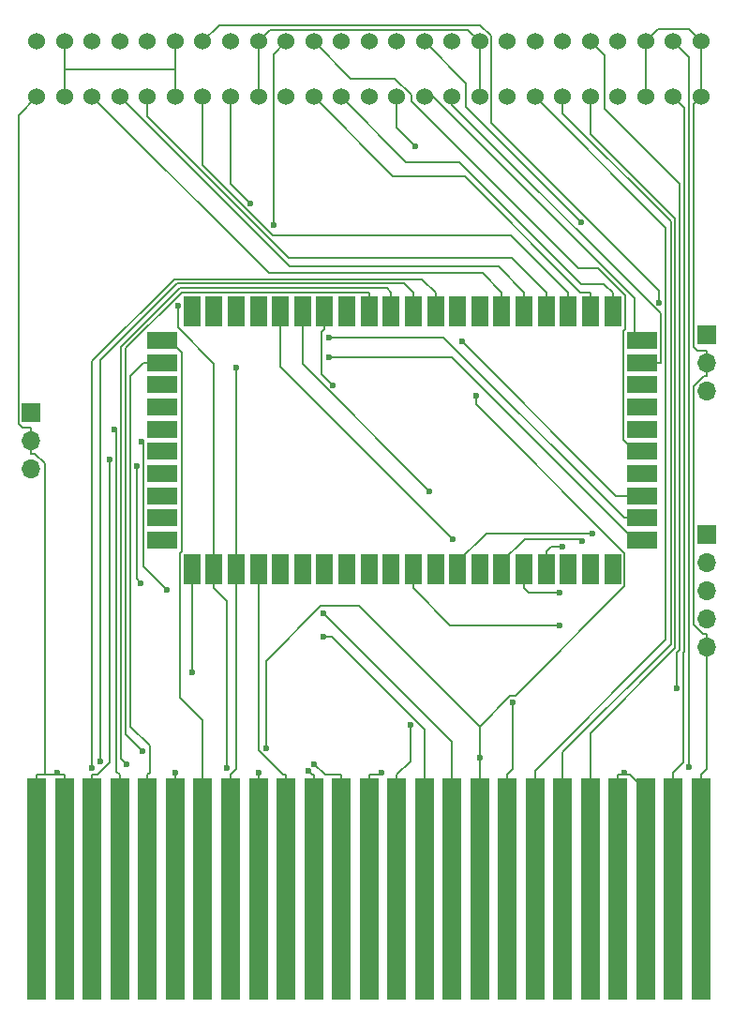
<source format=gbr>
%TF.GenerationSoftware,KiCad,Pcbnew,9.0.1*%
%TF.CreationDate,2025-05-19T19:35:19-05:00*%
%TF.ProjectId,n64_gamecat_rp2350b,6e36345f-6761-46d6-9563-61745f727032,rev?*%
%TF.SameCoordinates,Original*%
%TF.FileFunction,Copper,L1,Top*%
%TF.FilePolarity,Positive*%
%FSLAX46Y46*%
G04 Gerber Fmt 4.6, Leading zero omitted, Abs format (unit mm)*
G04 Created by KiCad (PCBNEW 9.0.1) date 2025-05-19 19:35:19*
%MOMM*%
%LPD*%
G01*
G04 APERTURE LIST*
%TA.AperFunction,SMDPad,CuDef*%
%ADD10R,1.800000X20.000000*%
%TD*%
%TA.AperFunction,SMDPad,CuDef*%
%ADD11R,2.800000X1.500000*%
%TD*%
%TA.AperFunction,ComponentPad*%
%ADD12C,1.350000*%
%TD*%
%TA.AperFunction,ComponentPad*%
%ADD13O,1.350000X1.350000*%
%TD*%
%TA.AperFunction,SMDPad,CuDef*%
%ADD14R,1.500000X2.800000*%
%TD*%
%TA.AperFunction,ComponentPad*%
%ADD15R,1.700000X1.700000*%
%TD*%
%TA.AperFunction,ComponentPad*%
%ADD16O,1.700000X1.700000*%
%TD*%
%TA.AperFunction,ComponentPad*%
%ADD17C,1.524000*%
%TD*%
%TA.AperFunction,ViaPad*%
%ADD18C,0.600000*%
%TD*%
%TA.AperFunction,Conductor*%
%ADD19C,0.200000*%
%TD*%
G04 APERTURE END LIST*
D10*
%TO.P,U3,1,GND*%
%TO.N,GND*%
X104000000Y-143000000D03*
%TO.P,U3,2,GND*%
X106500000Y-143000000D03*
%TO.P,U3,3,AD15*%
%TO.N,CO_AD15*%
X109000000Y-143000000D03*
%TO.P,U3,4,AD14*%
%TO.N,CO_AD14*%
X111500000Y-143000000D03*
%TO.P,U3,5,AD13*%
%TO.N,CO_AD13*%
X114000000Y-143000000D03*
%TO.P,U3,6,GND*%
%TO.N,GND*%
X116500000Y-143000000D03*
%TO.P,U3,7,AD12*%
%TO.N,CO_AD12*%
X119000000Y-143000000D03*
%TO.P,U3,8,WRITE*%
%TO.N,WRITE*%
X121500000Y-143000000D03*
%TO.P,U3,9,VCC*%
%TO.N,+3V3*%
X124000000Y-143000000D03*
%TO.P,U3,10,READ*%
%TO.N,READ*%
X126500000Y-143000000D03*
%TO.P,U3,11,AD11*%
%TO.N,CO_AD11*%
X129000000Y-143000000D03*
%TO.P,U3,12,AD10*%
%TO.N,CO_AD10*%
X131500000Y-143000000D03*
%TO.P,U3,13,NC*%
%TO.N,Net-(U2-NC-Pad13)*%
X134000000Y-143000000D03*
%TO.P,U3,14,NC*%
%TO.N,Net-(U2-NC-Pad14)*%
X136500000Y-143000000D03*
%TO.P,U3,15,AD9*%
%TO.N,CO_AD9*%
X139000000Y-143000000D03*
%TO.P,U3,16,AD8*%
%TO.N,CO_AD8*%
X141500000Y-143000000D03*
%TO.P,U3,17,VCC*%
%TO.N,+3V3*%
X144000000Y-143000000D03*
%TO.P,U3,18,CIC_PIF*%
%TO.N,Net-(U2-CIC_PIF)*%
X146500000Y-143000000D03*
%TO.P,U3,19,CLK_PIF*%
%TO.N,Net-(U2-CLK_PIF)*%
X149000000Y-143000000D03*
%TO.P,U3,20,COLD_RST*%
%TO.N,Net-(U2-COLD_RST)*%
X151500000Y-143000000D03*
%TO.P,U3,21,S_DAT*%
%TO.N,Net-(U2-S_DAT)*%
X154000000Y-143000000D03*
%TO.P,U3,22,GND*%
%TO.N,GND*%
X156500000Y-143000000D03*
%TO.P,U3,23,GND*%
X159000000Y-143000000D03*
%TO.P,U3,24,LAUDIO*%
%TO.N,Net-(U2-LAUDIO)*%
X161500000Y-143000000D03*
%TO.P,U3,25,GND*%
%TO.N,GND*%
X164000000Y-143000000D03*
%TD*%
D11*
%TO.P,U4,1,GPIO0*%
%TO.N,CA_AD0*%
X158650000Y-111500000D03*
D12*
X158000000Y-111500000D03*
D11*
%TO.P,U4,2,GPIO1*%
%TO.N,CA_AD1*%
X158650000Y-109500000D03*
D13*
X158000000Y-109500000D03*
D11*
%TO.P,U4,3,GPIO2*%
%TO.N,CA_AD2*%
X158650000Y-107500000D03*
D13*
X158000000Y-107500000D03*
D11*
%TO.P,U4,4,GPIO3*%
%TO.N,CA_AD3*%
X158650000Y-105500000D03*
D13*
X158000000Y-105500000D03*
D11*
%TO.P,U4,5,GPIO4*%
%TO.N,CA_AD4*%
X158650000Y-103500000D03*
D13*
X158000000Y-103500000D03*
D11*
%TO.P,U4,6,GPIO5*%
%TO.N,CA_AD5*%
X158650000Y-101500000D03*
D13*
X158000000Y-101500000D03*
D11*
%TO.P,U4,7,GPIO6*%
%TO.N,CA_AD6*%
X158650000Y-99500000D03*
D13*
X158000000Y-99500000D03*
D11*
%TO.P,U4,8,GPIO7*%
%TO.N,CA_AD7*%
X158650000Y-97500000D03*
D13*
X158000000Y-97500000D03*
D11*
%TO.P,U4,9,GPIO8*%
%TO.N,CA_AD8*%
X158650000Y-95500000D03*
D13*
X158000000Y-95500000D03*
D11*
%TO.P,U4,10,GPIO9*%
%TO.N,CA_AD9*%
X158650000Y-93500000D03*
D13*
X158000000Y-93500000D03*
%TO.P,U4,11,GPIO10*%
%TO.N,CA_AD10*%
X156000000Y-91500000D03*
D14*
X156000000Y-90850000D03*
D13*
%TO.P,U4,12,GPIO11*%
%TO.N,CA_AD11*%
X154000000Y-91500000D03*
D14*
X154000000Y-90850000D03*
D13*
%TO.P,U4,13,GPIO12*%
%TO.N,CA_AD12*%
X152000000Y-91500000D03*
D14*
X152000000Y-90850000D03*
D13*
%TO.P,U4,14,GPIO13*%
%TO.N,CA_AD13*%
X150000000Y-91500000D03*
D14*
X150000000Y-90850000D03*
D13*
%TO.P,U4,15,GPIO14*%
%TO.N,CA_AD14*%
X148000000Y-91500000D03*
D14*
X148000000Y-90850000D03*
D13*
%TO.P,U4,16,GPIO15*%
%TO.N,CA_AD15*%
X146000000Y-91500000D03*
D14*
X146000000Y-90850000D03*
D13*
%TO.P,U4,17,GPIO16*%
%TO.N,unconnected-(U4-GPIO16-Pad17)*%
X144000000Y-91500000D03*
D14*
X144000000Y-90850000D03*
D13*
%TO.P,U4,18,GPIO17*%
%TO.N,unconnected-(U4-GPIO17-Pad18)*%
X142000000Y-91500000D03*
D14*
X142000000Y-90850000D03*
D13*
%TO.P,U4,19,GPIO18*%
%TO.N,CO_AD0*%
X140000000Y-91500000D03*
D14*
X140000000Y-90850000D03*
D13*
%TO.P,U4,20,GPIO19*%
%TO.N,CO_AD1*%
X138000000Y-91500000D03*
D14*
X138000000Y-90850000D03*
D13*
%TO.P,U4,21,GPIO20*%
%TO.N,CO_AD2*%
X136000000Y-91500000D03*
D14*
X136000000Y-90850000D03*
D13*
%TO.P,U4,22,GPIO21*%
%TO.N,CO_AD3*%
X134000000Y-91500000D03*
D14*
X134000000Y-90850000D03*
D13*
%TO.P,U4,23,GPIO22*%
%TO.N,CO_AD4*%
X132000000Y-91500000D03*
D14*
X132000000Y-90850000D03*
D13*
%TO.P,U4,24,GPIO23*%
%TO.N,CO_AD5*%
X130000000Y-91500000D03*
D14*
X130000000Y-90850000D03*
D13*
%TO.P,U4,25,GPIO24*%
%TO.N,CO_AD6*%
X128000000Y-91500000D03*
D14*
X128000000Y-90850000D03*
D13*
%TO.P,U4,26,GPIO25*%
%TO.N,CO_AD7*%
X126000000Y-91500000D03*
D14*
X126000000Y-90850000D03*
D13*
%TO.P,U4,27,GPIO26*%
%TO.N,CO_AD8*%
X124000000Y-91500000D03*
D14*
X124000000Y-90850000D03*
D13*
%TO.P,U4,28,GPIO27*%
%TO.N,CO_AD9*%
X122000000Y-91500000D03*
D14*
X122000000Y-90850000D03*
D13*
%TO.P,U4,29,GPIO28*%
%TO.N,CO_AD10*%
X120000000Y-91500000D03*
D14*
X120000000Y-90850000D03*
D13*
%TO.P,U4,30,GPIO29*%
%TO.N,CO_AD11*%
X118000000Y-91500000D03*
D14*
X118000000Y-90850000D03*
D13*
%TO.P,U4,31,GPIO30*%
%TO.N,CO_AD12*%
X116000000Y-93500000D03*
D11*
X115350000Y-93500000D03*
D13*
%TO.P,U4,32,GPIO31*%
%TO.N,CO_AD13*%
X116000000Y-95500000D03*
D11*
X115350000Y-95500000D03*
D13*
%TO.P,U4,33,GPIO32*%
%TO.N,CO_AD14*%
X116000000Y-97500000D03*
D11*
X115350000Y-97500000D03*
D13*
%TO.P,U4,34,GPIO33*%
%TO.N,CO_AD15*%
X116000000Y-99500000D03*
D11*
X115350000Y-99500000D03*
D13*
%TO.P,U4,35,GPIO34*%
%TO.N,unconnected-(U4-GPIO34-Pad35)*%
X116000000Y-101500000D03*
D11*
X115350000Y-101500000D03*
D13*
%TO.P,U4,36,GPIO35*%
%TO.N,unconnected-(U4-GPIO35-Pad36)*%
X116000000Y-103500000D03*
D11*
X115350000Y-103500000D03*
D13*
%TO.P,U4,37,GPIO36*%
%TO.N,unconnected-(U4-GPIO36-Pad37)*%
X116000000Y-105500000D03*
D11*
X115350000Y-105500000D03*
D13*
%TO.P,U4,38,GPIO37*%
%TO.N,unconnected-(U4-GPIO37-Pad38)*%
X116000000Y-107500000D03*
D11*
X115350000Y-107500000D03*
D13*
%TO.P,U4,39,GPIO38*%
%TO.N,unconnected-(U4-GPIO38-Pad39)*%
X116000000Y-109500000D03*
D11*
X115350000Y-109500000D03*
D13*
%TO.P,U4,40,GPIO39*%
%TO.N,unconnected-(U4-GPIO39-Pad40)*%
X116000000Y-111500000D03*
D11*
X115350000Y-111500000D03*
D14*
%TO.P,U4,41,GPIO40*%
%TO.N,ALE_H*%
X118000000Y-114150000D03*
D13*
X118000000Y-113500000D03*
D14*
%TO.P,U4,42,GPIO41*%
%TO.N,ALE_L*%
X120000000Y-114150000D03*
D13*
X120000000Y-113500000D03*
D14*
%TO.P,U4,43,GPIO42*%
%TO.N,WRITE*%
X122000000Y-114150000D03*
D13*
X122000000Y-113500000D03*
D14*
%TO.P,U4,44,GPIO43*%
%TO.N,READ*%
X124000000Y-114150000D03*
D13*
X124000000Y-113500000D03*
D14*
%TO.P,U4,45,GPIO44*%
%TO.N,TX0*%
X126000000Y-114150000D03*
D13*
X126000000Y-113500000D03*
D14*
%TO.P,U4,46,GPIO45*%
%TO.N,RX0*%
X128000000Y-114150000D03*
D13*
X128000000Y-113500000D03*
D14*
%TO.P,U4,47,GPIO46*%
%TO.N,unconnected-(U4-GPIO46-Pad47)*%
X130000000Y-114150000D03*
D13*
X130000000Y-113500000D03*
D14*
%TO.P,U4,48,GPIO47*%
%TO.N,unconnected-(U4-GPIO47-Pad48)*%
X132000000Y-114150000D03*
D13*
X132000000Y-113500000D03*
D14*
%TO.P,U4,49,GPIO48*%
%TO.N,unconnected-(U4-GPIO48-Pad49)*%
X134000000Y-114150000D03*
D13*
X134000000Y-113500000D03*
D14*
%TO.P,U4,50,GPIO49*%
%TO.N,unconnected-(U4-GPIO49-Pad50)*%
X136000000Y-114150000D03*
D13*
X136000000Y-113500000D03*
D14*
%TO.P,U4,51,GPIO50*%
%TO.N,GND*%
X138000000Y-114150000D03*
D13*
X138000000Y-113500000D03*
D14*
%TO.P,U4,52,GPIO51*%
%TO.N,unconnected-(U4-GPIO51-Pad52)*%
X140000000Y-114150000D03*
D13*
X140000000Y-113500000D03*
D14*
%TO.P,U4,53,GPIO52*%
%TO.N,5V*%
X142000000Y-114150000D03*
D13*
X142000000Y-113500000D03*
D14*
%TO.P,U4,54,GPIO53*%
%TO.N,unconnected-(U4-GPIO53-Pad54)*%
X144000000Y-114150000D03*
D13*
X144000000Y-113500000D03*
D14*
%TO.P,U4,55,GPIO54*%
%TO.N,USB D-*%
X146000000Y-114150000D03*
D13*
X146000000Y-113500000D03*
D14*
%TO.P,U4,56,GPIO55*%
%TO.N,USB D+*%
X148000000Y-114150000D03*
D13*
X148000000Y-113500000D03*
D14*
%TO.P,U4,57,GPIO56*%
%TO.N,SWDIO*%
X150000000Y-114150000D03*
D13*
X150000000Y-113500000D03*
D14*
%TO.P,U4,58,GPIO57*%
%TO.N,SWCLK*%
X152000000Y-114150000D03*
D13*
X152000000Y-113500000D03*
D14*
%TO.P,U4,59,GPIO58*%
%TO.N,unconnected-(U4-GPIO58-Pad59)*%
X154000000Y-114150000D03*
D13*
X154000000Y-113500000D03*
D14*
%TO.P,U4,60,GPIO59*%
%TO.N,unconnected-(U4-GPIO59-Pad60)*%
X156000000Y-114150000D03*
D13*
X156000000Y-113500000D03*
%TD*%
D15*
%TO.P,J3,1,Pin_1*%
%TO.N,5V*%
X164500000Y-111000000D03*
D16*
%TO.P,J3,2,Pin_2*%
%TO.N,USB D-*%
X164500000Y-113540000D03*
%TO.P,J3,3,Pin_3*%
%TO.N,USB D+*%
X164500000Y-116080000D03*
%TO.P,J3,4,Pin_4*%
%TO.N,unconnected-(J3-Pin_4-Pad4)*%
X164500000Y-118620000D03*
%TO.P,J3,5,Pin_5*%
%TO.N,GND*%
X164500000Y-121160000D03*
%TD*%
D15*
%TO.P,J1,1,Pin_1*%
%TO.N,SWCLK*%
X164500000Y-93000000D03*
D16*
%TO.P,J1,2,Pin_2*%
%TO.N,GND*%
X164500000Y-95540000D03*
%TO.P,J1,3,Pin_3*%
%TO.N,SWDIO*%
X164500000Y-98080000D03*
%TD*%
D15*
%TO.P,J2,1,Pin_1*%
%TO.N,TX0*%
X103500000Y-100000000D03*
D16*
%TO.P,J2,2,Pin_2*%
%TO.N,GND*%
X103500000Y-102540000D03*
%TO.P,J2,3,Pin_3*%
%TO.N,RX0*%
X103500000Y-105080000D03*
%TD*%
D17*
%TO.P,U2,1,GND*%
%TO.N,GND*%
X104000000Y-71500000D03*
%TO.P,U2,2,GND*%
X106500000Y-71500000D03*
%TO.P,U2,3,AD15*%
%TO.N,CA_AD15*%
X109000000Y-71500000D03*
%TO.P,U2,4,AD14*%
%TO.N,CA_AD14*%
X111500000Y-71500000D03*
%TO.P,U2,5,AD13*%
%TO.N,CA_AD13*%
X114000000Y-71500000D03*
%TO.P,U2,6,GND*%
%TO.N,GND*%
X116500000Y-71500000D03*
%TO.P,U2,7,AD12*%
%TO.N,CA_AD12*%
X119000000Y-71500000D03*
%TO.P,U2,8,WRITE*%
%TO.N,WRITE*%
X121500000Y-71500000D03*
%TO.P,U2,9,VCC*%
%TO.N,+3V3*%
X124000000Y-71500000D03*
%TO.P,U2,10,READ*%
%TO.N,READ*%
X126500000Y-71500000D03*
%TO.P,U2,11,AD11*%
%TO.N,CA_AD11*%
X129000000Y-71500000D03*
%TO.P,U2,12,AD10*%
%TO.N,CA_AD10*%
X131500000Y-71500000D03*
%TO.P,U2,13,NC*%
%TO.N,Net-(U2-NC-Pad13)*%
X134000000Y-71500000D03*
%TO.P,U2,14,NC*%
%TO.N,Net-(U2-NC-Pad14)*%
X136500000Y-71500000D03*
%TO.P,U2,15,AD9*%
%TO.N,CA_AD9*%
X139000000Y-71500000D03*
%TO.P,U2,16,AD8*%
%TO.N,CA_AD8*%
X141500000Y-71500000D03*
%TO.P,U2,17,VCC*%
%TO.N,+3V3*%
X144000000Y-71500000D03*
%TO.P,U2,18,CIC_PIF*%
%TO.N,Net-(U2-CIC_PIF)*%
X146500000Y-71500000D03*
%TO.P,U2,19,CLK_PIF*%
%TO.N,Net-(U2-CLK_PIF)*%
X149000000Y-71500000D03*
%TO.P,U2,20,COLD_RST*%
%TO.N,Net-(U2-COLD_RST)*%
X151500000Y-71500000D03*
%TO.P,U2,21,S_DAT*%
%TO.N,Net-(U2-S_DAT)*%
X154000000Y-71500000D03*
%TO.P,U2,22,GND*%
%TO.N,GND*%
X156500000Y-71500000D03*
%TO.P,U2,23,GND*%
X159000000Y-71500000D03*
%TO.P,U2,24,LAUDIO*%
%TO.N,Net-(U2-LAUDIO)*%
X161500000Y-71500000D03*
%TO.P,U2,25,GND*%
%TO.N,GND*%
X164000000Y-71500000D03*
%TO.P,U2,26,GND*%
X104000000Y-66500000D03*
%TO.P,U2,27,GND*%
X106500000Y-66500000D03*
%TO.P,U2,28,AD0*%
%TO.N,CA_AD0*%
X109000000Y-66500000D03*
%TO.P,U2,29,AD1*%
%TO.N,CA_AD1*%
X111500000Y-66500000D03*
%TO.P,U2,30,AD2*%
%TO.N,CA_AD2*%
X114000000Y-66500000D03*
%TO.P,U2,31,GND*%
%TO.N,GND*%
X116500000Y-66500000D03*
%TO.P,U2,32,AD3*%
%TO.N,CA_AD3*%
X119000000Y-66500000D03*
%TO.P,U2,33,ALE_L*%
%TO.N,ALE_L*%
X121500000Y-66500000D03*
%TO.P,U2,34,VCC*%
%TO.N,+3V3*%
X124000000Y-66500000D03*
%TO.P,U2,35,ALE_H*%
%TO.N,ALE_H*%
X126500000Y-66500000D03*
%TO.P,U2,36,AD4*%
%TO.N,CA_AD4*%
X129000000Y-66500000D03*
%TO.P,U2,37,AD5*%
%TO.N,CA_AD5*%
X131500000Y-66500000D03*
%TO.P,U2,38,NC*%
%TO.N,Net-(U2-NC-Pad38)*%
X134000000Y-66500000D03*
%TO.P,U2,39,NC*%
%TO.N,Net-(U2-NC-Pad39)*%
X136500000Y-66500000D03*
%TO.P,U2,40,AD6*%
%TO.N,CA_AD6*%
X139000000Y-66500000D03*
%TO.P,U2,41,AD7*%
%TO.N,CA_AD7*%
X141500000Y-66500000D03*
%TO.P,U2,42,VCC*%
%TO.N,+3V3*%
X144000000Y-66500000D03*
%TO.P,U2,43,PIF_CIC*%
%TO.N,Net-(U2-PIF_CIC)*%
X146500000Y-66500000D03*
%TO.P,U2,44,JTAG_CLK*%
%TO.N,Net-(U2-JTAG_CLK)*%
X149000000Y-66500000D03*
%TO.P,U2,45,NMI_R4300*%
%TO.N,Net-(U2-NMI_R4300)*%
X151500000Y-66500000D03*
%TO.P,U2,46,VIDEO_CLK*%
%TO.N,Net-(U2-VIDEO_CLK)*%
X154000000Y-66500000D03*
%TO.P,U2,47,GND*%
%TO.N,GND*%
X156500000Y-66500000D03*
%TO.P,U2,48,GND*%
X159000000Y-66500000D03*
%TO.P,U2,49,R_AUDIO*%
%TO.N,Net-(U2-R_AUDIO)*%
X161500000Y-66500000D03*
%TO.P,U2,50,GND*%
%TO.N,GND*%
X164000000Y-66500000D03*
%TD*%
D18*
%TO.N,5V*%
X154182600Y-110906700D03*
%TO.N,USB D-*%
X153283100Y-111613400D03*
%TO.N,USB D+*%
X151218000Y-116281900D03*
%TO.N,SWDIO*%
X151452500Y-112094800D03*
%TO.N,WRITE*%
X123279700Y-81090300D03*
X122000000Y-95955100D03*
%TO.N,CO_AD15*%
X110593600Y-104249800D03*
%TO.N,CO_AD14*%
X110989500Y-101543000D03*
%TO.N,CO_AD3*%
X113577400Y-130593900D03*
%TO.N,CO_AD6*%
X139483400Y-107118400D03*
%TO.N,CO_AD5*%
X130760100Y-97509600D03*
%TO.N,CO_AD0*%
X109001100Y-132078400D03*
%TO.N,CO_AD11*%
X128498500Y-132333700D03*
%TO.N,CO_AD8*%
X113045800Y-104852600D03*
X113406000Y-115371200D03*
X129911100Y-118109900D03*
%TO.N,CO_AD10*%
X129068800Y-131725900D03*
%TO.N,CO_AD9*%
X113424600Y-102644800D03*
X115761000Y-115986300D03*
X129909600Y-120215100D03*
%TO.N,CO_AD2*%
X112093500Y-131768000D03*
%TO.N,CO_AD7*%
X141604800Y-111444900D03*
%TO.N,CO_AD1*%
X109728700Y-131516200D03*
%TO.N,CA_AD6*%
X153192600Y-82854700D03*
%TO.N,Net-(U2-VIDEO_CLK)*%
X161828200Y-124870100D03*
%TO.N,Net-(U2-CIC_PIF)*%
X147017200Y-126172100D03*
%TO.N,CA_AD1*%
X130370700Y-93186100D03*
%TO.N,CA_AD2*%
X142391600Y-93590000D03*
%TO.N,ALE_L*%
X121200000Y-132127200D03*
X116735900Y-90335200D03*
%TO.N,CA_AD3*%
X160216800Y-90074100D03*
%TO.N,ALE_H*%
X118000000Y-123430200D03*
X125359700Y-83056100D03*
%TO.N,Net-(U2-R_AUDIO)*%
X162890100Y-131974000D03*
%TO.N,CA_AD0*%
X130370700Y-95004900D03*
%TO.N,+3V3*%
X143673500Y-98494600D03*
X124000000Y-132472500D03*
X124675500Y-130269000D03*
X144000000Y-131149900D03*
%TO.N,Net-(U2-NC-Pad13)*%
X135113600Y-132500500D03*
%TO.N,GND*%
X116500000Y-132484300D03*
X157092900Y-132497100D03*
X151243100Y-119194300D03*
X105845600Y-132486500D03*
%TO.N,Net-(U2-NC-Pad14)*%
X138203000Y-75958100D03*
X137722000Y-128157600D03*
%TD*%
D19*
%TO.N,unconnected-(U4-GPIO17-Pad18)*%
X142000000Y-90850000D02*
X142000000Y-91500000D01*
%TO.N,unconnected-(U4-GPIO16-Pad17)*%
X144000000Y-90850000D02*
X144000000Y-91500000D01*
%TO.N,unconnected-(U4-GPIO36-Pad37)*%
X115350000Y-105500000D02*
X116000000Y-105500000D01*
%TO.N,5V*%
X142000000Y-113500000D02*
X142000000Y-114150000D01*
X144593300Y-110906700D02*
X142000000Y-113500000D01*
X154182600Y-110906700D02*
X144593300Y-110906700D01*
%TO.N,USB D-*%
X146000000Y-113500000D02*
X146000000Y-114150000D01*
X153122800Y-111453100D02*
X153283100Y-111613400D01*
X148046900Y-111453100D02*
X153122800Y-111453100D01*
X146000000Y-113500000D02*
X148046900Y-111453100D01*
%TO.N,USB D+*%
X148000000Y-113500000D02*
X148000000Y-114150000D01*
X148000000Y-114150000D02*
X148000000Y-115851700D01*
X148430200Y-116281900D02*
X148000000Y-115851700D01*
X151218000Y-116281900D02*
X148430200Y-116281900D01*
%TO.N,TX0*%
X126000000Y-113500000D02*
X126000000Y-114150000D01*
%TO.N,RX0*%
X128000000Y-113500000D02*
X128000000Y-114150000D01*
%TO.N,SWDIO*%
X150000000Y-113500000D02*
X150000000Y-114150000D01*
X150000000Y-113500000D02*
X150000000Y-112523300D01*
X150428500Y-112094800D02*
X151452500Y-112094800D01*
X150000000Y-112523300D02*
X150428500Y-112094800D01*
%TO.N,SWCLK*%
X152000000Y-113500000D02*
X152000000Y-114150000D01*
%TO.N,unconnected-(U4-GPIO53-Pad54)*%
X144000000Y-113500000D02*
X144000000Y-114150000D01*
%TO.N,unconnected-(U4-GPIO34-Pad35)*%
X115350000Y-101500000D02*
X116000000Y-101500000D01*
%TO.N,unconnected-(U4-GPIO46-Pad47)*%
X130000000Y-113500000D02*
X130000000Y-114150000D01*
%TO.N,unconnected-(U4-GPIO47-Pad48)*%
X132000000Y-113500000D02*
X132000000Y-114150000D01*
%TO.N,unconnected-(U4-GPIO37-Pad38)*%
X115350000Y-107500000D02*
X116000000Y-107500000D01*
%TO.N,unconnected-(U4-GPIO49-Pad50)*%
X136000000Y-113500000D02*
X136000000Y-114150000D01*
%TO.N,unconnected-(U4-GPIO35-Pad36)*%
X115350000Y-103500000D02*
X116000000Y-103500000D01*
%TO.N,unconnected-(U4-GPIO48-Pad49)*%
X134000000Y-113500000D02*
X134000000Y-114150000D01*
%TO.N,unconnected-(U4-GPIO51-Pad52)*%
X140000000Y-113500000D02*
X140000000Y-114150000D01*
%TO.N,unconnected-(U4-GPIO39-Pad40)*%
X115350000Y-111500000D02*
X116000000Y-111500000D01*
%TO.N,unconnected-(U4-GPIO38-Pad39)*%
X115350000Y-109500000D02*
X116000000Y-109500000D01*
%TO.N,unconnected-(U4-GPIO58-Pad59)*%
X154000000Y-113500000D02*
X154000000Y-114150000D01*
%TO.N,unconnected-(U4-GPIO59-Pad60)*%
X156000000Y-113500000D02*
X156000000Y-114150000D01*
%TO.N,WRITE*%
X122000000Y-113500000D02*
X122000000Y-114150000D01*
X122000000Y-132198300D02*
X121500000Y-132698300D01*
X122000000Y-114150000D02*
X122000000Y-132198300D01*
X121500000Y-143000000D02*
X121500000Y-132698300D01*
X122000000Y-95955100D02*
X122000000Y-113500000D01*
X121500000Y-79310600D02*
X123279700Y-81090300D01*
X121500000Y-71500000D02*
X121500000Y-79310600D01*
%TO.N,CA_AD13*%
X150000000Y-90850000D02*
X150000000Y-91500000D01*
X150000000Y-90850000D02*
X150000000Y-89148300D01*
X146869200Y-86017500D02*
X150000000Y-89148300D01*
X126786600Y-86017500D02*
X146869200Y-86017500D01*
X114000100Y-73231000D02*
X126786600Y-86017500D01*
X114000100Y-71500000D02*
X114000100Y-73231000D01*
X114000000Y-71500000D02*
X114000100Y-71500000D01*
%TO.N,CA_AD12*%
X152000000Y-90850000D02*
X152000000Y-91500000D01*
X146814700Y-83963000D02*
X152000000Y-89148300D01*
X125301500Y-83963000D02*
X146814700Y-83963000D01*
X119000000Y-77661500D02*
X125301500Y-83963000D01*
X119000000Y-71500000D02*
X119000000Y-77661500D01*
X152000000Y-90850000D02*
X152000000Y-89148300D01*
%TO.N,CO_AD15*%
X115350000Y-99500000D02*
X116000000Y-99500000D01*
X109450600Y-132698300D02*
X109000000Y-132698300D01*
X110593600Y-131555300D02*
X109450600Y-132698300D01*
X110593600Y-104249800D02*
X110593600Y-131555300D01*
X109000000Y-143000000D02*
X109000000Y-132698300D01*
%TO.N,CO_AD14*%
X116000000Y-97500000D02*
X115350000Y-97500000D01*
X111500000Y-143000000D02*
X111500000Y-132698300D01*
X111195300Y-101748800D02*
X110989500Y-101543000D01*
X111195300Y-132393600D02*
X111195300Y-101748800D01*
X111500000Y-132698300D02*
X111195300Y-132393600D01*
%TO.N,CA_AD15*%
X146000000Y-90850000D02*
X146000000Y-91500000D01*
X146000000Y-90850000D02*
X146000000Y-89148300D01*
X144279000Y-87427300D02*
X146000000Y-89148300D01*
X124927300Y-87427300D02*
X144279000Y-87427300D01*
X109000000Y-71500000D02*
X124927300Y-87427300D01*
%TO.N,CO_AD13*%
X116000000Y-95500000D02*
X115350000Y-95500000D01*
X114182800Y-132515500D02*
X114000000Y-132698300D01*
X114182800Y-130077100D02*
X114182800Y-132515500D01*
X112444100Y-128338400D02*
X114182800Y-130077100D01*
X112444100Y-96704200D02*
X112444100Y-128338400D01*
X113648300Y-95500000D02*
X112444100Y-96704200D01*
X115350000Y-95500000D02*
X113648300Y-95500000D01*
X114000000Y-143000000D02*
X114000000Y-132698300D01*
%TO.N,CA_AD14*%
X148000000Y-90850000D02*
X148000000Y-91500000D01*
X148000000Y-90850000D02*
X148000000Y-89148300D01*
X145672600Y-86820900D02*
X148000000Y-89148300D01*
X126820900Y-86820900D02*
X145672600Y-86820900D01*
X111500000Y-71500000D02*
X126820900Y-86820900D01*
%TO.N,CO_AD12*%
X115350000Y-93500000D02*
X116000000Y-93500000D01*
X119000000Y-127809100D02*
X119000000Y-143000000D01*
X116905900Y-125715000D02*
X119000000Y-127809100D01*
X116905900Y-112667400D02*
X116905900Y-125715000D01*
X117083500Y-112489800D02*
X116905900Y-112667400D01*
X117083500Y-94583500D02*
X117083500Y-112489800D01*
X116000000Y-93500000D02*
X117083500Y-94583500D01*
%TO.N,CO_AD3*%
X134000000Y-91500000D02*
X134000000Y-90850000D01*
X134000000Y-90850000D02*
X134000000Y-89148300D01*
X112027200Y-129043700D02*
X113577400Y-130593900D01*
X112027200Y-94192900D02*
X112027200Y-129043700D01*
X117071800Y-89148300D02*
X112027200Y-94192900D01*
X134000000Y-89148300D02*
X117071800Y-89148300D01*
%TO.N,CO_AD6*%
X128000000Y-90850000D02*
X128000000Y-91500000D01*
X128000000Y-91500000D02*
X128000000Y-92476700D01*
X128000100Y-95635100D02*
X139483400Y-107118400D01*
X128000100Y-92476700D02*
X128000100Y-95635100D01*
X128000000Y-92476700D02*
X128000100Y-92476700D01*
%TO.N,CO_AD5*%
X130000000Y-90850000D02*
X130000000Y-91500000D01*
X130000000Y-91500000D02*
X130000000Y-92476700D01*
X129749700Y-96499200D02*
X130760100Y-97509600D01*
X129749700Y-92727000D02*
X129749700Y-96499200D01*
X130000000Y-92476700D02*
X129749700Y-92727000D01*
%TO.N,CO_AD0*%
X140000000Y-91500000D02*
X140000000Y-90850000D01*
X140000000Y-90850000D02*
X140000000Y-89148300D01*
X109001100Y-95383100D02*
X109001100Y-132078400D01*
X116441000Y-87943200D02*
X109001100Y-95383100D01*
X138794900Y-87943200D02*
X116441000Y-87943200D01*
X140000000Y-89148300D02*
X138794900Y-87943200D01*
%TO.N,CO_AD11*%
X118000000Y-90850000D02*
X118000000Y-91500000D01*
X129000000Y-143000000D02*
X129000000Y-132698300D01*
X128863100Y-132698300D02*
X129000000Y-132698300D01*
X128498500Y-132333700D02*
X128863100Y-132698300D01*
%TO.N,CO_AD8*%
X124000000Y-90850000D02*
X124000000Y-91500000D01*
X113045800Y-115011000D02*
X113045800Y-104852600D01*
X113406000Y-115371200D02*
X113045800Y-115011000D01*
X141500000Y-129698800D02*
X129911100Y-118109900D01*
X141500000Y-143000000D02*
X141500000Y-129698800D01*
%TO.N,CO_AD10*%
X120000000Y-90850000D02*
X120000000Y-91500000D01*
X131500000Y-143000000D02*
X131500000Y-132698300D01*
X130041200Y-132698300D02*
X131500000Y-132698300D01*
X129068800Y-131725900D02*
X130041200Y-132698300D01*
%TO.N,CO_AD4*%
X132000000Y-90850000D02*
X132000000Y-91500000D01*
%TO.N,CO_AD9*%
X122000000Y-90850000D02*
X122000000Y-91500000D01*
X113648300Y-102868500D02*
X113424600Y-102644800D01*
X113648300Y-113873600D02*
X113648300Y-102868500D01*
X115761000Y-115986300D02*
X113648300Y-113873600D01*
X130630400Y-120215100D02*
X129909600Y-120215100D01*
X139000000Y-128584700D02*
X130630400Y-120215100D01*
X139000000Y-143000000D02*
X139000000Y-128584700D01*
%TO.N,CO_AD2*%
X136000000Y-91500000D02*
X136000000Y-90850000D01*
X136000000Y-90850000D02*
X136000000Y-89148300D01*
X135598300Y-88746600D02*
X136000000Y-89148300D01*
X116898000Y-88746600D02*
X135598300Y-88746600D01*
X111597000Y-94047600D02*
X116898000Y-88746600D01*
X111597000Y-131271500D02*
X111597000Y-94047600D01*
X112093500Y-131768000D02*
X111597000Y-131271500D01*
%TO.N,CO_AD7*%
X126000000Y-90850000D02*
X126000000Y-91500000D01*
X126000000Y-95840100D02*
X141604800Y-111444900D01*
X126000000Y-91500000D02*
X126000000Y-95840100D01*
%TO.N,CO_AD1*%
X138000000Y-91500000D02*
X138000000Y-90850000D01*
X138000000Y-90850000D02*
X138000000Y-89148300D01*
X109728700Y-95297000D02*
X109728700Y-131516200D01*
X116680800Y-88344900D02*
X109728700Y-95297000D01*
X137196600Y-88344900D02*
X116680800Y-88344900D01*
X138000000Y-89148300D02*
X137196600Y-88344900D01*
%TO.N,CA_AD10*%
X156000000Y-91500000D02*
X156000000Y-90850000D01*
X155220700Y-88369000D02*
X156000000Y-89148300D01*
X153136400Y-88369000D02*
X155220700Y-88369000D01*
X142140400Y-77373000D02*
X153136400Y-88369000D01*
X137373000Y-77373000D02*
X142140400Y-77373000D01*
X131500000Y-71500000D02*
X137373000Y-77373000D01*
X156000000Y-90850000D02*
X156000000Y-89148300D01*
%TO.N,Net-(U2-S_DAT)*%
X154000000Y-143000000D02*
X154000000Y-132698300D01*
X154000000Y-74842600D02*
X154000000Y-71500000D01*
X161667900Y-82510500D02*
X154000000Y-74842600D01*
X161667900Y-121259100D02*
X161667900Y-82510500D01*
X154000000Y-128927000D02*
X161667900Y-121259100D01*
X154000000Y-132698300D02*
X154000000Y-128927000D01*
%TO.N,CA_AD6*%
X158650000Y-99500000D02*
X158000000Y-99500000D01*
X142750000Y-70250000D02*
X139000000Y-66500000D01*
X142750000Y-72412100D02*
X142750000Y-70250000D01*
X153192600Y-82854700D02*
X142750000Y-72412100D01*
%TO.N,Net-(U2-VIDEO_CLK)*%
X155250000Y-67750000D02*
X154000000Y-66500000D01*
X155250000Y-72562200D02*
X155250000Y-67750000D01*
X162069600Y-79381800D02*
X155250000Y-72562200D01*
X162069600Y-121425400D02*
X162069600Y-79381800D01*
X161828200Y-121666800D02*
X162069600Y-121425400D01*
X161828200Y-124870100D02*
X161828200Y-121666800D01*
%TO.N,CA_AD9*%
X158000000Y-93500000D02*
X158650000Y-93500000D01*
X158000000Y-93500000D02*
X158000000Y-92523300D01*
X139813100Y-71500000D02*
X139000000Y-71500000D01*
X158000000Y-89686900D02*
X139813100Y-71500000D01*
X158000000Y-92523300D02*
X158000000Y-89686900D01*
%TO.N,Net-(U2-CIC_PIF)*%
X147017200Y-132181100D02*
X146500000Y-132698300D01*
X147017200Y-126172100D02*
X147017200Y-132181100D01*
X146500000Y-143000000D02*
X146500000Y-132698300D01*
%TO.N,CA_AD4*%
X158000000Y-103500000D02*
X158650000Y-103500000D01*
X132335400Y-69835400D02*
X129000000Y-66500000D01*
X136351700Y-69835400D02*
X132335400Y-69835400D01*
X137835800Y-71319500D02*
X136351700Y-69835400D01*
X137835800Y-71863200D02*
X137835800Y-71319500D01*
X152907300Y-86934700D02*
X137835800Y-71863200D01*
X154679400Y-86934700D02*
X152907300Y-86934700D01*
X157145100Y-89400400D02*
X154679400Y-86934700D01*
X157145100Y-92428200D02*
X157145100Y-89400400D01*
X156948300Y-92625000D02*
X157145100Y-92428200D01*
X156948300Y-102448300D02*
X156948300Y-92625000D01*
X158000000Y-103500000D02*
X156948300Y-102448300D01*
%TO.N,CA_AD1*%
X158000000Y-109500000D02*
X158650000Y-109500000D01*
X158000000Y-109500000D02*
X157023300Y-109500000D01*
X140709400Y-93186100D02*
X130370700Y-93186100D01*
X157023300Y-109500000D02*
X140709400Y-93186100D01*
%TO.N,CA_AD11*%
X154000000Y-90850000D02*
X154000000Y-91500000D01*
X154000000Y-90850000D02*
X154000000Y-89148300D01*
X153110800Y-89148300D02*
X154000000Y-89148300D01*
X142640300Y-78677800D02*
X153110800Y-89148300D01*
X136177800Y-78677800D02*
X142640300Y-78677800D01*
X129000000Y-71500000D02*
X136177800Y-78677800D01*
%TO.N,CA_AD5*%
X158000000Y-101500000D02*
X158650000Y-101500000D01*
%TO.N,CA_AD2*%
X158650000Y-107500000D02*
X158000000Y-107500000D01*
X156301600Y-107500000D02*
X142391600Y-93590000D01*
X158000000Y-107500000D02*
X156301600Y-107500000D01*
%TO.N,ALE_L*%
X120000000Y-114150000D02*
X120000000Y-115851700D01*
X121200000Y-117051700D02*
X121200000Y-132127200D01*
X120000000Y-115851700D02*
X121200000Y-117051700D01*
X120000000Y-114150000D02*
X120000000Y-113500000D01*
X116735900Y-92309200D02*
X116735900Y-90335200D01*
X120000000Y-95573300D02*
X116735900Y-92309200D01*
X120000000Y-113500000D02*
X120000000Y-95573300D01*
%TO.N,Net-(U2-CLK_PIF)*%
X149000000Y-132343900D02*
X149000000Y-143000000D01*
X160821700Y-120522200D02*
X149000000Y-132343900D01*
X160821700Y-83321700D02*
X160821700Y-120522200D01*
X149000000Y-71500000D02*
X160821700Y-83321700D01*
%TO.N,CA_AD3*%
X158000000Y-105500000D02*
X158650000Y-105500000D01*
X160216800Y-89025500D02*
X160216800Y-90074100D01*
X145063700Y-73872400D02*
X160216800Y-89025500D01*
X145063700Y-66002700D02*
X145063700Y-73872400D01*
X144056000Y-64995000D02*
X145063700Y-66002700D01*
X120505000Y-64995000D02*
X144056000Y-64995000D01*
X119000000Y-66500000D02*
X120505000Y-64995000D01*
%TO.N,ALE_H*%
X118000000Y-113500000D02*
X118000000Y-114150000D01*
X118000000Y-114150000D02*
X118000000Y-123430200D01*
X125359700Y-67640300D02*
X125359700Y-83056100D01*
X126500000Y-66500000D02*
X125359700Y-67640300D01*
%TO.N,CA_AD7*%
X158650000Y-97500000D02*
X158000000Y-97500000D01*
%TO.N,Net-(U2-COLD_RST)*%
X151500000Y-130658800D02*
X151500000Y-132698300D01*
X161266200Y-120892600D02*
X151500000Y-130658800D01*
X161266200Y-82748300D02*
X161266200Y-120892600D01*
X151500000Y-72982100D02*
X161266200Y-82748300D01*
X151500000Y-71500000D02*
X151500000Y-72982100D01*
X151500000Y-143000000D02*
X151500000Y-132698300D01*
%TO.N,Net-(U2-R_AUDIO)*%
X162890100Y-67890100D02*
X162890100Y-131974000D01*
X161500000Y-66500000D02*
X162890100Y-67890100D01*
%TO.N,Net-(U2-LAUDIO)*%
X161500000Y-143000000D02*
X161500000Y-132698300D01*
X162471300Y-72471300D02*
X161500000Y-71500000D01*
X162471300Y-121591700D02*
X162471300Y-72471300D01*
X162430100Y-121632900D02*
X162471300Y-121591700D01*
X162430100Y-131583200D02*
X162430100Y-121632900D01*
X161500000Y-132513300D02*
X162430100Y-131583200D01*
X161500000Y-132698300D02*
X161500000Y-132513300D01*
%TO.N,READ*%
X124000000Y-113500000D02*
X124000000Y-114150000D01*
X126500000Y-143000000D02*
X126500000Y-132698300D01*
X124000000Y-114150000D02*
X124000000Y-115851700D01*
X126254000Y-132698300D02*
X126500000Y-132698300D01*
X124000000Y-130444300D02*
X126254000Y-132698300D01*
X124000000Y-115851700D02*
X124000000Y-130444300D01*
%TO.N,CA_AD0*%
X158000000Y-111500000D02*
X158650000Y-111500000D01*
X141504900Y-95004900D02*
X130370700Y-95004900D01*
X158000000Y-111500000D02*
X141504900Y-95004900D01*
%TO.N,+3V3*%
X124000000Y-66500000D02*
X124000000Y-71500000D01*
X124000000Y-143000000D02*
X124000000Y-132698300D01*
X124000000Y-132698300D02*
X124000000Y-132472500D01*
X144000000Y-131149900D02*
X144000000Y-143000000D01*
X144000000Y-71500000D02*
X144000000Y-66500000D01*
X125082800Y-65417200D02*
X124000000Y-66500000D01*
X142917200Y-65417200D02*
X125082800Y-65417200D01*
X144000000Y-66500000D02*
X142917200Y-65417200D01*
X144000000Y-128338500D02*
X144000000Y-131149900D01*
X143673500Y-99246800D02*
X143673500Y-98494600D01*
X157091600Y-112664900D02*
X143673500Y-99246800D01*
X157091600Y-115690800D02*
X157091600Y-112664900D01*
X147212000Y-125570400D02*
X157091600Y-115690800D01*
X146768100Y-125570400D02*
X147212000Y-125570400D01*
X144000000Y-128338500D02*
X146768100Y-125570400D01*
X124675500Y-122440900D02*
X124675500Y-130269000D01*
X129643500Y-117472900D02*
X124675500Y-122440900D01*
X133134400Y-117472900D02*
X129643500Y-117472900D01*
X144000000Y-128338500D02*
X133134400Y-117472900D01*
%TO.N,Net-(U2-NC-Pad13)*%
X134000000Y-143000000D02*
X134000000Y-132698300D01*
X134915800Y-132698300D02*
X134000000Y-132698300D01*
X135113600Y-132500500D02*
X134915800Y-132698300D01*
%TO.N,GND*%
X159000000Y-66500000D02*
X159000000Y-71500000D01*
X104000000Y-143000000D02*
X104000000Y-132698300D01*
X159000000Y-143000000D02*
X159000000Y-137849100D01*
X156500000Y-143000000D02*
X156500000Y-132698300D01*
X106500000Y-143000000D02*
X106500000Y-132698300D01*
X116500000Y-143000000D02*
X116500000Y-132698300D01*
X116500000Y-132484300D02*
X116500000Y-132698300D01*
X164500000Y-95540000D02*
X164500000Y-96691700D01*
X164500000Y-120584100D02*
X164500000Y-120008300D01*
X164500000Y-120584100D02*
X164500000Y-121160000D01*
X164500000Y-132198300D02*
X164000000Y-132698300D01*
X164500000Y-121160000D02*
X164500000Y-132198300D01*
X116500000Y-71500000D02*
X116500000Y-69000000D01*
X116500000Y-69000000D02*
X116500000Y-66500000D01*
X116500000Y-69000000D02*
X106500000Y-69000000D01*
X106500000Y-71500000D02*
X106500000Y-69000000D01*
X106500000Y-69000000D02*
X106500000Y-66500000D01*
X157092900Y-132698300D02*
X156500000Y-132698300D01*
X157092900Y-132497100D02*
X157092900Y-132698300D01*
X162884000Y-65384000D02*
X164000000Y-66500000D01*
X160116000Y-65384000D02*
X162884000Y-65384000D01*
X159000000Y-66500000D02*
X160116000Y-65384000D01*
X164000000Y-66500000D02*
X164000000Y-71500000D01*
X164500000Y-95540000D02*
X164500000Y-94388300D01*
X163348300Y-72151700D02*
X164000000Y-71500000D01*
X163348300Y-94051100D02*
X163348300Y-72151700D01*
X163685500Y-94388300D02*
X163348300Y-94051100D01*
X164500000Y-94388300D02*
X163685500Y-94388300D01*
X164000000Y-143000000D02*
X164000000Y-132698300D01*
X157551500Y-132698300D02*
X157092900Y-132698300D01*
X159000000Y-134146800D02*
X157551500Y-132698300D01*
X159000000Y-137849100D02*
X159000000Y-134146800D01*
X138000000Y-113500000D02*
X138000000Y-114150000D01*
X141342600Y-119194300D02*
X151243100Y-119194300D01*
X138000000Y-115851700D02*
X141342600Y-119194300D01*
X138000000Y-114150000D02*
X138000000Y-115851700D01*
X164231500Y-96691700D02*
X164500000Y-96691700D01*
X163333700Y-97589500D02*
X164231500Y-96691700D01*
X163333700Y-119129900D02*
X163333700Y-97589500D01*
X164212100Y-120008300D02*
X163333700Y-119129900D01*
X164500000Y-120008300D02*
X164212100Y-120008300D01*
X104694100Y-132698300D02*
X104000000Y-132698300D01*
X106500000Y-132698300D02*
X105845600Y-132698300D01*
X105845600Y-132698300D02*
X104694100Y-132698300D01*
X105845600Y-132486500D02*
X105845600Y-132698300D01*
X104694100Y-104597900D02*
X104694100Y-132698300D01*
X103787900Y-103691700D02*
X104694100Y-104597900D01*
X103500000Y-103691700D02*
X103787900Y-103691700D01*
X103500000Y-102540000D02*
X103500000Y-103691700D01*
X102685500Y-101388300D02*
X103500000Y-101388300D01*
X102348300Y-101051100D02*
X102685500Y-101388300D01*
X102348300Y-73151700D02*
X102348300Y-101051100D01*
X104000000Y-71500000D02*
X102348300Y-73151700D01*
X103500000Y-102540000D02*
X103500000Y-101388300D01*
%TO.N,CA_AD8*%
X158000000Y-95500000D02*
X158650000Y-95500000D01*
X158650000Y-95500000D02*
X160351700Y-95500000D01*
X160351700Y-91059800D02*
X160351700Y-95500000D01*
X141500000Y-72208100D02*
X160351700Y-91059800D01*
X141500000Y-71500000D02*
X141500000Y-72208100D01*
%TO.N,Net-(U2-NC-Pad14)*%
X137722000Y-131476300D02*
X136500000Y-132698300D01*
X137722000Y-128157600D02*
X137722000Y-131476300D01*
X136500000Y-143000000D02*
X136500000Y-132698300D01*
X136500000Y-74255100D02*
X138203000Y-75958100D01*
X136500000Y-71500000D02*
X136500000Y-74255100D01*
%TD*%
M02*

</source>
